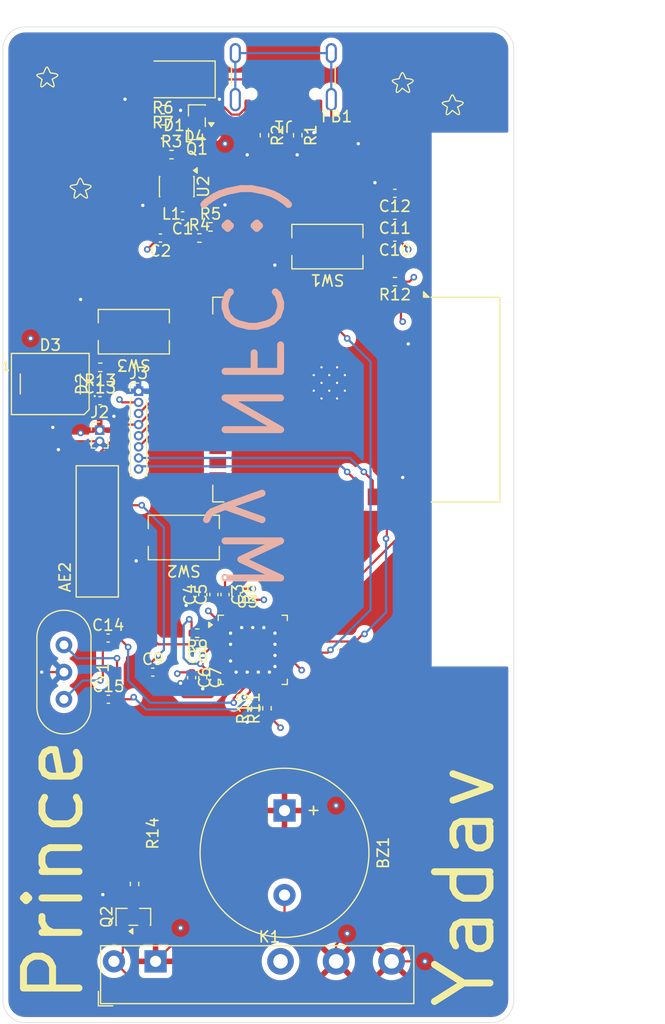
<source format=kicad_pcb>
(kicad_pcb (version 20241229) (generator "pcbnew") (generator_version "9.0")
  (layers (0 "F.Cu" signal) (4 "In1.Cu" signal) (6 "In2.Cu" signal) (2 "B.Cu" signal) (13 "F.Paste" user) (15 "B.Paste" user) (5 "F.SilkS" user "F.Silkscreen") (7 "B.SilkS" user "B.Silkscreen") (1 "F.Mask" user) (3 "B.Mask" user) (25 "Edge.Cuts" user))
  (net 0 "")
  (net 1 "Net-(AE2-Pad2)")
  (net 2 "+5V")
  (net 3 "/DRAIN")
  (net 4 "Net-(U2-BST)")
  (net 5 "/SW")
  (net 6 "+3V3")
  (net 7 "Net-(C2-Pad1)")
  (net 8 "Earth")
  (net 9 "Net-(U3-TX1)")
  (net 10 "Net-(AE2-Pad1)")
  (net 11 "Net-(D2-K)")
  (net 12 "/OSC_IN")
  (net 13 "Net-(C14-Pad1)")
  (net 14 "Net-(C15-Pad1)")
  (net 15 "/OSC_OUT")
  (net 16 "/VBUS_USB")
  (net 17 "/IN")
  (net 18 "Net-(D2-A)")
  (net 20 "Net-(J1-SHIELD)")
  (net 21 "/USB_DP")
  (net 22 "Net-(J1-CC2)")
  (net 23 "/USB_DM")
  (net 26 "Net-(J1-CC1)")
  (net 27 "/RXD0")
  (net 28 "/IO13")
  (net 29 "/IO14")
  (net 30 "/TXD0")
  (net 31 "/IO10")
  (net 32 "/IO12")
  (net 33 "Net-(Q1-G)")
  (net 34 "Net-(U2-EN)")
  (net 35 "/FB")
  (net 36 "/IO33")
  (net 37 "Net-(U3-LOADMOD)")
  (net 38 "Net-(U3-I0)")
  (net 39 "Net-(U3-I1)")
  (net 40 "/EN")
  (net 41 "/IO0")
  (net 42 "/IO9")
  (net 44 "/IO7")
  (net 50 "/I2C_SDA")
  (net 52 "/I2C_SCL")
  (net 88 "Net-(Q2-S)")
  (net 89 "Net-(U3-RX)")
  (footprint "Crystal:Crystal_HC49-U-3Pin_Vertical" (layer "F.Cu") (at 128 101.06 -90)
    (property "Reference" "Y1")
    (property "Value" "27.12MHz")
  )
  (footprint "Resistor_SMD:R_0402_1005Metric" (layer "F.Cu") (at 145.28 106.75 90)
    (property "Reference" "R10")
    (property "Value" "10k")
  )
  (footprint "Capacitor_SMD:C_0402_1005Metric" (layer "F.Cu") (at 138.685 62.478824 180)
    (property "Reference" "C1")
    (property "Value" "0.1uF")
  )
  (footprint "Package_DFN_QFN:HVQFN-40-1EP_6x6mm_P0.5mm_EP4.1x4.1mm" (layer "F.Cu") (at 145 101.5)
    (property "Reference" "U3")
    (property "Value" "PN5321A3HN_C1xx")
  )
  (footprint "Resistor_SMD:R_0402_1005Metric" (layer "F.Cu") (at 146.05 55.238824 -90)
    (property "Reference" "R2")
    (property "Value" "5.1k")
  )
  (footprint "Button_Switch_SMD:SW_Tactile_SPST_NO_Straight_CK_PTS636Sx25SMTRLFS" (layer "F.Cu") (at 138.79 91.4 180)
    (property "Reference" "SW2")
    (property "Value" "BOOT")
  )
  (footprint "Capacitor_SMD:C_0402_1005Metric" (layer "F.Cu") (at 141.5 96.53 90)
    (property "Reference" "C5")
    (property "Value" "4.7uF")
  )
  (footprint "Capacitor_SMD:C_0402_1005Metric" (layer "F.Cu") (at 142.5 96.53 -90)
    (property "Reference" "C3")
    (property "Value" "1uF")
  )
  (footprint "Capacitor_SMD:C_0402_1005Metric" (layer "F.Cu") (at 136.685 64.478824 180)
    (property "Reference" "C2")
    (property "Value" "47uF")
  )
  (footprint "Capacitor_SMD:C_0402_1005Metric" (layer "F.Cu") (at 131.25 79.1)
    (property "Reference" "C13")
    (property "Value" "100nF")
  )
  (footprint "Connector_PinHeader_1.00mm:PinHeader_1x08_P1.00mm_Vertical" (layer "F.Cu") (at 134.72 78.25)
    (property "Reference" "J3")
    (property "Value" "Conn_01x08")
  )
  (footprint "Capacitor_SMD:C_0402_1005Metric" (layer "F.Cu") (at 140.5 96.53 90)
    (property "Reference" "C4")
    (property "Value" "0.1uF")
  )
  (footprint "Resistor_SMD:R_0402_1005Metric" (layer "F.Cu") (at 136.9125 53.931324)
    (property "Reference" "R6")
    (property "Value" "100k")
  )
  (footprint "Resistor_SMD:R_0402_1005Metric" (layer "F.Cu") (at 140 100 180)
    (property "Reference" "R9")
    (property "Value" "1.8k")
  )
  (footprint "Diode_SMD:D_SMA" (layer "F.Cu") (at 138.105 50.216324 180)
    (property "Reference" "D4")
    (property "Value" "D_TVS")
  )
  (footprint "Capacitor_SMD:C_0402_1005Metric" (layer "F.Cu") (at 140.5 104 -90)
    (property "Reference" "C7")
    (property "Value" "1uF")
  )
  (footprint "Capacitor_SMD:C_0402_1005Metric" (layer "F.Cu") (at 132 105.94)
    (property "Reference" "C15")
    (property "Value" "15pF")
  )
  (footprint "lightbulb:star" (layer "F.Cu") (at 129.5 60)
    (property "Reference" "G***" (hide yes))
    (property "Value" "LOGO" (hide yes))
  )
  (footprint "Resistor_SMD:R_0402_1005Metric" (layer "F.Cu") (at 134.3575 122.5425 -90)
    (property "Reference" "R14")
    (property "Value" "220")
  )
  (footprint "Diode_SMD:D_0402_1005Metric" (layer "F.Cu") (at 130.77 77.6 90)
    (property "Reference" "D2")
    (property "Value" "D")
  )
  (footprint "Capacitor_SMD:C_0402_1005Metric" (layer "F.Cu") (at 157.79 60.46 180)
    (property "Reference" "C12")
    (property "Value" "1uF")
  )
  (footprint "lightbulb:star" (layer "F.Cu") (at 158.5 50.5)
    (property "Reference" "G***" (hide yes))
    (property "Value" "LOGO" (hide yes))
  )
  (footprint "Button_Switch_SMD:SW_Tactile_SPST_NO_Straight_CK_PTS636Sx25SMTRLFS" (layer "F.Cu") (at 134.29 72.9 180)
    (property "Reference" "SW3")
    (property "Value" "USER_INPUT")
  )
  (footprint "Capacitor_SMD:C_0402_1005Metric" (layer "F.Cu") (at 157.79 62.43 180)
    (property "Reference" "C11")
    (property "Value" "0.1uF")
  )
  (footprint "Capacitor_SMD:C_0402_1005Metric" (layer "F.Cu") (at 140 101 180)
    (property "Reference" "C8")
    (property "Value" "220pF")
  )
  (footprint "RF_Module:ESP32-S3-WROOM-1" (layer "F.Cu") (at 154.35 79 -90)
    (property "Reference" "U1" (hide yes))
    (property "Value" "ESP32-S3-WROOM-1")
  )
  (footprint "Connector_PinHeader_1.00mm:PinHeader_1x02_P1.00mm_Vertical" (layer "F.Cu") (at 131.22 81.75)
    (property "Reference" "J2")
    (property "Value" "Conn_01x02_Pin")
  )
  (footprint "Button_Switch_SMD:SW_Tactile_SPST_NO_Straight_CK_PTS636Sx25SMTRLFS" (layer "F.Cu") (at 151.72 65.25 180)
    (property "Reference" "SW1")
    (property "Value" "RESET")
  )
  (footprint "Buzzer_Beeper:Buzzer_15x7.5RM7.6" (layer "F.Cu") (at 147.8575 115.9425 -90)
    (property "Reference" "BZ1")
    (property "Value" "Buzzer")
  )
  (footprint "Resistor_SMD:R_0402_1005Metric" (layer "F.Cu") (at 146.28 106.75 90)
    (property "Reference" "R11")
    (property "Value" "10k")
  )
  (footprint "lightbulb:star" (layer "F.Cu") (at 163 52.5)
    (property "Reference" "G***" (hide yes))
    (property "Value" "LOGO" (hide yes))
  )
  (footprint "Package_TO_SOT_SMD:SOT-23" (layer "F.Cu") (at 134.25 125.5 90)
    (property "Reference" "Q2")
    (property "Value" "Q_NMOS")
  )
  (footprint "Package_TO_SOT_SMD:TSOT-23-6" (layer "F.Cu") (at 138.155 59.853824 -90)
    (property "Reference" "U2")
    (property "Value" "AP63203WU")
  )
  (footprint "Inductor_SMD:L_0402_1005Metric" (layer "F.Cu") (at 152.55 54.728824)
    (property "Reference" "FB1")
    (property "Value" "FerriteBead_Small")
  )
  (footprint "RF_Antenna:Coilcraft_MA5532-AE_RFID" (layer "F.Cu") (at 131 90.85 90)
    (property "Reference" "AE2")
    (property "Value" "Antenna_Loop")
  )
  (footprint "Inductor_SMD:L_0402_1005Metric" (layer "F.Cu") (at 137.685 63.478824)
    (property "Reference" "L1")
    (property "Value" "4.7uH")
  )
  (footprint "LED_SMD:LED_WS2812B_PLCC4_5.0x5.0mm_P3.2mm" (layer "F.Cu") (at 126.77 77.6)
    (property "Reference" "D3")
    (property "Value" "WS2812B")
  )
  (footprint "Resistor_SMD:R_0402_1005Metric" (layer "F.Cu") (at 137.685 56.978824)
    (property "Reference" "R3")
    (property "Value" "10k")
  )
  (footprint "Capacitor_SMD:C_0402_1005Metric" (layer "F.Cu") (at 136 103.5)
    (property "Reference" "C9")
    (property "Value" "100pF")
  )
  (footprint "Resistor_SMD:R_0402_1005Metric" (layer "F.Cu") (at 131.27 76.1 180)
    (property "Reference" "R13")
    (property "Value" "330")
  )
  (footprint "Diode_SMD:D_0402_1005Metric" (layer "F.Cu") (at 137.905 55.516324)
    (property "Reference" "D1")
    (property "Value" "D_Schottky")
  )
  (footprint "Capacitor_SMD:C_0402_1005Metric" (layer "F.Cu") (at 131.98 100.44)
    (property "Reference" "C14")
    (property "Value" "15pF")
  )
  (footprint "Resistor_SMD:R_0402_1005Metric" (layer "F.Cu") (at 140.195 64.478824)
    (property "Reference" "R4")
    (property "Value" "100k")
  )
  (footprint "Resistor_SMD:R_0402_1005Metric" (layer "F.Cu") (at 141.195 63.478824)
    (property "Reference" "R5")
    (property "Value" "56k")
  )
  (footprint "lightbulb:star" (layer "F.Cu") (at 126.5 50)
    (property "Reference" "G***" (hide yes))
    (property "Value" "LOGO" (hide yes))
  )
  (footprint "Resistor_SMD:R_0402_1005Metric" (layer "F.Cu") (at 149.05 55.238824 -90)
    (property "Reference" "R1")
    (property "Value" "5.1k")
  )
  (footprint "Capacitor_SMD:C_0402_1005Metric" (layer "F.Cu") (at 157.79 64.4 180)
    (property "Reference" "C10")
    (property "Value" "10uF")
  )
  (footprint "Capacitor_SMD:C_0402_1005Metric" (layer "F.Cu") (at 139.5 104 -90)
    (property "Reference" "C6")
    (property "Value" "0.1uF")
  )
  (footprint "Resistor_SMD:R_0402_1005Metric" (layer "F.Cu") (at 136.9025 52.931324 180)
    (property "Reference" "R7")
    (property "Value" "100k")
  )
  (footprint "Package_TO_SOT_SMD:SOT-23" (layer "F.Cu") (at 139.9675 54.066324 180)
    (property "Reference" "Q1")
    (property "Value" "PMOS")
  )
  (footprint "Resistor_SMD:R_0402_1005Metric" (layer "F.Cu") (at 143.5 96.5 -90)
    (property "Reference" "R8")
    (property "Value" "10k")
  )
  (footprint "Connector_USB:USB_C_Receptacle_GCT_USB4105-xx-A_16P_TopMnt_Horizontal" (layer "F.Cu") (at 147.75 48.928824 180)
    (property "Reference" "J1")
    (property "Value" "USB_C_Receptacle_USB2.0_16P")
  )
  (footprint "Resistor_SMD:R_0402_1005Metric" (layer "F.Cu") (at 157.8 68.4 180)
    (property "Reference" "R12")
    (property "Value" "10k")
  )
  (footprint "Relay_THT:Relay_SPDT_Finder_34.51_Vertical" (layer "F.Cu") (at 136.25 129.5)
    (property "Reference" "K1")
    (property "Value" "Relay_SPDT")
  )
  (gr_arc (start 168.5 133) (mid 167.914214 134.414214) (end 166.5 135) (stroke (width 0.05)) (layer "Edge.Cuts"))
  (gr_line (start 122.5 133) (end 122.5 47.5) (stroke (width 0.05)) (layer "Edge.Cuts"))
  (gr_line (start 168.5 47.5) (end 168.5 133) (stroke (width 0.05)) (layer "Edge.Cuts"))
  (gr_arc (start 124.5 135) (mid 123.085786 134.414214) (end 122.5 133) (stroke (width 0.05)) (layer "Edge.Cuts"))
  (gr_line (start 124.5 45.5) (end 166.5 45.5) (stroke (width 0.05)) (layer "Edge.Cuts"))
  (gr_arc (start 122.5 47.5) (mid 123.085786 46.085786) (end 124.5 45.5) (stroke (width 0.05)) (layer "Edge.Cuts"))
  (gr_line (start 166.5 135) (end 124.5 135) (stroke (width 0.05)) (layer "Edge.Cuts"))
  (gr_arc (start 166.5 45.5) (mid 167.914214 46.085786) (end 168.5 47.5) (stroke (width 0.05)) (layer "Edge.Cuts"))
  (gr_text "Yadav" (at 167 134 90) (layer "F.SilkS") (effects (font (size 5 5) (thickness 0.625)) (justify left bottom)))
  (gr_text "Prince" (at 130 133.5 90) (layer "F.SilkS") (effects (font (size 5 5) (thickness 0.625)) (justify left bottom)))
  (gr_text "My NFC :)" (at 141.86 96.637836 270) (layer "B.SilkS") (effects (font (size 5 5) (thickness 0.625)) (justify left bottom mirror)))
  (segment (start 133.3 88.5) (end 135 88.5) (width 0.2) (layer "F.Cu") (net 1))
  (segment (start 135.52 102.98) (end 136.5 102) (width 0.2) (layer "F.Cu") (net 1))
  (segment (start 135.52 103.5) (end 135.52 102.98) (width 0.2) (layer "F.Cu") (net 1))
  (segment (start 131 86.2) (end 133.3 88.5) (width 0.2) (layer "F.Cu") (net 1))
  (via (at 136.5 102) (size 0.6) (drill 0.3) (layers "F.Cu" "B.Cu") (net 1))
  (via (at 135 88.5) (size 0.6) (drill 0.3) (layers "F.Cu" "B.Cu") (net 1))
  (segment (start 137 101.5) (end 136.5 102) (width 0.2) (layer "B.Cu") (net 1))
  (segment (start 137 90.5) (end 137 101.5) (width 0.2) (layer "B.Cu") (net 1))
  (segment (start 135 88.5) (end 137 90.5) (width 0.2) (layer "B.Cu") (net 1))
  (segment (start 136.25 129.5) (end 138.5 127.25) (width 0.2) (layer "F.Cu") (net 2))
  (segment (start 147.8575 115.9425) (end 152.0575 115.9425) (width 0.2) (layer "F.Cu") (net 2))
  (segment (start 131.22 81.75) (end 129.75 81.75) (width 0.2) (layer "F.Cu") (net 2))
  (segment (start 152.5 129.5) (end 152.5 128) (width 0.2) (layer "F.Cu") (net 2))
  (segment (start 138.5 127.25) (end 138.5 126.5) (width 0.2) (layer "F.Cu") (net 2))
  (segment (start 125 75.27) (end 125 73.5) (width 0.2) (layer "F.Cu") (net 2))
  (segment (start 124.32 75.95) (end 125 75.27) (width 0.2) (layer "F.Cu") (net 2))
  (segment (start 129.75 81.75) (end 129.5 82) (width 0.2) (layer "F.Cu") (net 2))
  (segment (start 141.888676 56) (end 142.5 56) (width 0.2) (layer "F.Cu") (net 2))
  (segment (start 157.5 129.5) (end 160.5 129.5) (width 0.2) (layer "F.Cu") (net 2))
  (segment (start 152.5 128) (end 153.5 127) (width 0.2) (layer "F.Cu") (net 2))
  (segment (start 152.0575 115.9425) (end 152.5 115.5) (width 0.2) (layer "F.Cu") (net 2))
  (segment (start 140.905 55.016324) (end 141.888676 56) (width 0.2) (layer "F.Cu") (net 2))
  (via (at 138.5 126.5) (size 0.6) (drill 0.3) (layers "F.Cu" "B.Cu") (net 2))
  (via (at 160.5 129.5) (size 0.6) (drill 0.3) (layers "F.Cu" "B.Cu") (net 2))
  (via (at 142.5 56) (size 0.6) (drill 0.3) (layers "F.Cu" "B.Cu") (net 2))
  (via (at 152.5 115.5) (size 0.6) (drill 0.3) (layers "F.Cu" "B.Cu") (net 2))
  (via (at 153.5 127) (size 0.6) (drill 0.3) (layers "F.Cu" "B.Cu") (net 2))
  (via (at 125 73.5) (size 0.6) (drill 0.3) (layers "F.Cu" "B.Cu") (net 2))
  (via (at 129.5 82) (size 0.6) (drill 0.3) (layers "F.Cu" "B.Cu") (net 2))
  (segment (start 147.8575 125.6725) (end 147.8575 123.5425) (width 0.2) (layer "F.Cu") (net 3))
  (segment (start 134.25 131.25) (end 142.28 131.25) (width 0.2) (layer "F.Cu") (net 3))
  (segment (start 132.5 129.5) (end 134.25 131.25) (width 0.2) (layer "F.Cu") (net 3))
  (segment (start 142.28 131.25) (end 147.8575 125.6725) (width 0.2) (layer "F.Cu") (net 3))
  (segment (start 133.3 126.4375) (end 133.3 128.7) (width 0.2) (layer "F.Cu") (net 3))
  (segment (start 133.3 128.7) (end 132.5 129.5) (width 0.2) (layer "F.Cu") (net 3))
  (segment (start 139.165 61.051324) (end 139.105 60.991324) (width 0.2) (layer "F.Cu") (net 4))
  (segment (start 139.165 62.478824) (end 139.165 61.051324) (width 0.2) (layer "F.Cu") (net 4))
  (segment (start 138.205 62.478824) (end 138.205 61.041324) (width 0.2) (layer "F.Cu") (net 5))
  (segment (start 138.17 63.478824) (end 138.17 62.513824) (width 0.2) (layer "F.Cu") (net 5))
  (segment (start 138.205 61.041324) (end 138.155 60.991324) (width 0.2) (layer "F.Cu") (net 5))
  (segment (start 138.17 62.513824) (end 138.205 62.478824) (width 0.2) (layer "F.Cu") (net 5))
  (segment (start 142.5 96.05) (end 142.5 95) (width 0.2) (layer "F.Cu") (net 6))
  (segment (start 138.321677 103.52) (end 138.207363 103.634314) (width 0.2) (layer "F.Cu") (net 6))
  (segment (start 158.27 64.4) (end 158.27 62.43) (width 0.2) (layer "F.Cu") (net 6))
  (segment (start 147.9375 102.75) (end 148.825763 102.75) (width 0.2) (layer "F.Cu") (net 6))
  (segment (start 142.0625 103.25) (end 140.78 103.25) (width 0.2) (layer "F.Cu") (net 6))
  (segment (start 139.5 103.52) (end 138.321677 103.52) (width 0.2) (layer "F.Cu") (net 6))
  (segment (start 142.0625 101.25) (end 141.25 101.25) (width 0.2) (layer "F.Cu") (net 6))
  (segment (start 139.49 100) (end 139.49 98.96) (width 0.2) (layer "F.Cu") (net 6))
  (segment (start 148.825763 102.75) (end 149.40031 103.324547) (width 0.2) (layer "F.Cu") (net 6))
  (segment (start 142.0625 102.75) (end 142.0625 103.25) (width 0.2) (layer "F.Cu") (net 6))
  (segment (start 158.27 64.77) (end 159 65.5) (width 0.2) (layer "F.Cu") (net 6))
  (segment (start 141.25 101.25) (end 140.5 102) (width 0.2) (layer "F.Cu") (net 6))
  (segment (start 143.51 96) (end 143.5 95.99) (width 0.2) (layer "F.Cu") (net 6))
  (segment (start 147.5 108.5) (end 147.5 108.48) (width 0.2) (layer "F.Cu") (net 6))
  (segment (start 140.78 103.25) (end 140.28 102.75) (width 0.2) (layer "F.Cu") (net 6))
  (segment (start 139.49 98.96) (end 139.28 98.75) (width 0.2) (layer "F.Cu") (net 6))
  (segment (start 146 97) (end 145.359202 97) (width 0.2) (layer "F.Cu") (net 6))
  (segment (start 145.359202 97) (end 144.25 98.109202) (width 0.2) (layer "F.Cu") (net 6))
  (segment (start 158.27 62.43) (end 158.27 60.46) (width 0.2) (layer "F.Cu") (net 6))
  (segment (start 136.205 64.795) (end 135.5 65.5) (width 0.2) (layer "F.Cu") (net 6))
  (segment (start 143 98.5625) (end 141.5625 98.5625) (width 0.2) (layer "F.Cu") (net 6))
  (segment (start 158.34 71.84) (end 158.5 72) (width 0.2) (layer "F.Cu") (net 6))
  (segment (start 134.72 79.25) (end 133.25 79.25) (width 0.2) (layer "F.Cu") (net 6))
  (segment (start 142.5 96.05) (end 141.5 96.05) (width 0.2) (layer "F.Cu") (net 6))
  (segment (start 140.5 103.52) (end 139.5 103.52) (width 0.2) (layer "F.Cu") (net 6))
  (segment (start 136.205 64.478824) (end 136.205 64.795) (width 0.2) (layer "F.Cu") (net 6))
  (segment (start 142.0625 103.25) (end 140.77 103.25) (width 0.2) (layer "F.Cu") (net 6))
  (segment (start 141.5 96.05) (end 140.5 96.05) (width 0.2) (layer "F.Cu") (net 6))
  (segment (start 147.5 108.48) (end 146.28 107.26) (width 0.2) (layer "F.Cu") (net 6))
  (segment (start 158.31 68.4) (end 159.1 68.4) (width 0.2) (layer "F.Cu") (net 6))
  (segment (start 143.25 98.5625) (end 143 98.5625) (width 0.2) (layer "F.Cu") (net 6))
  (segment (start 159.1 68.4) (end 159.5 68) (width 0.2) (layer "F.Cu") (net 6))
  (segment (start 158.34 70.25) (end 158.34 71.84) (width 0.2) (layer "F.Cu") (net 6))
  (segment (start 145 96) (end 143.51 96) (width 0.2) (layer "F.Cu") (net 6))
  (segment (start 133.25 79.25) (end 133 79) (width 0.2) (layer "F.Cu") (net 6))
  (segment (start 144.25 98.109202) (end 144.25 98.5625) (width 0.2) (layer "F.Cu") (net 6))
  (segment (start 140.77 103.25) (end 140.5 103.52) (width 0.2) (layer "F.Cu") (net 6))
  (segment (start 158.27 64.4) (end 158.27 64.77) (width 0.2) (layer "F.Cu") (net 6))
  (segment (start 141.5625 98.5625) (end 141 98) (width 0.2) (layer "F.Cu") (net 6))
  (segment (start 143 98.5625) (end 142.75 98.5625) (width 0.2) (layer "F.Cu") (net 6))
  (via (at 141 98) (size 0.6) (drill 0.3) (layers "F.Cu" "B.Cu") (net 6))
  (via (at 145 96) (size 0.6) (drill 0.3) (layers "F.Cu" "B.Cu") (net 6))
  (via (at 138.207363 103.634314) (size 0.6) (drill 0.3) (layers "F.Cu" "B.Cu") (net 6))
  (via (at 159 65.5) (size 0.6) (drill 0.3) (layers "F.Cu" "B.Cu") (net 6))
  (via (at 133 79) (size 0.6) (drill 0.3) (layers "F.Cu" "B.Cu") (net 6))
  (via (at 140.5 102) (size 0.6) (drill 0.3) (layers "F.Cu" "B.Cu") (net 6))
  (via (at 140.28 102.75) (size 0.6) (drill 0.3) (layers "F.Cu" "B.Cu") (net 6))
  (via (at 147.5 108.5) (size 0.6) (drill 0.3) (layers "F.Cu" "B.Cu") (net 6))
  (via (at 142.5 95) (size 0.6) (drill 0.3) (layers "F.Cu" "B.Cu") (net 6))
  (via (at 135.5 65.5) (size 0.6) (drill 0.3) (layers "F.Cu" "B.Cu") (net 6))
  (via (at 141 98) (size 0.6) (drill 0.3) (layers "F.Cu" "B.Cu") (net 6))
  (via (at 139.28 98.75) (size 0.6) (drill 0.3) (layers "F.Cu" "B.Cu") (net 6))
  (via (at 141 98) (size 0.6) (drill 0.3) (layers "F.Cu" "B.Cu") (net 6))
  (via (at 149.40031 103.324547) (size 0.6) (drill 0.3) (layers "F.Cu" "B.Cu") (net 6))
  (via (at 146 97) (size 0.6) (drill 0.3) (layers "F.Cu" "B.Cu") (net 6))
  (via (at 158.5 72) (size 0.6) (drill 0.3) (layers "F.Cu" "B.Cu") (net 6))
  (via (at 159.5 68) (size 0.6) (drill 0.3) (layers "F.Cu" "B.Cu") (net 6))
  (segment (start 138.78 99.25) (end 139.28 98.75) (width 0.2) (layer "B.Cu") (net 6))
  (segment (start 138.78 102.25) (end 138.78 99.25) (width 0.2) (layer "B.Cu") (net 6))
  (segment (start 139.28 102.75) (end 138.78 102.25) (width 0.2) (layer "B.Cu") (net 6))
  (segment (start 140.28 102.75) (end 139.28 102.75) (width 0.2) (layer "B.Cu") (net 6))
  (segment (start 137.165 63.513824) (end 137.2 63.478824) (width 0.2) (layer "F.Cu") (net 7))
  (segment (start 137.165 64.478824) (end 137.165 63.513824) (width 0.2) (layer "F.Cu") (net 7))
  (segment (start 139.685 64.478824) (end 137.165 64.478824) (width 0.2) (layer "F.Cu") (net 7))
  (segment (start 159.61 87.11) (end 158.5 86) (width 0.2) (layer "F.Cu") (net 8))
  (segment (start 142.0625 100.25) (end 142.75 100.25) (width 0.2) (layer "F.Cu") (net 8))
  (segment (start 128 103.5) (end 126 103.5) (width 0.2) (layer "F.Cu") (net 8))
  (segment (start 150.95 54.55) (end 150.5 55) (width 0.2) (layer "F.Cu") (net 8))
  (segment (start 144 102.5) (end 145 101.5) (width 0.2) (layer "F.Cu") (net 8))
  (segment (start 143.774 53.384824) (end 143.098215 53.384824) (width 0.2) (layer "F.Cu") (net 8))
  (segment (start 128.25 82.75) (end 127.5 83.5) (width 0.2) (layer "F.Cu") (net 8))
  (segment (start 143.098215 53.384824) (end 142 52.286609) (width 0.2) (layer "F.Cu") (net 8))
  (segment (start 127 81.47) (end 129.22 79.25) (width 0.2) (layer "F.Cu") (net 8))
  (segment (start 142.75 100.25) (end 143 100) (width 0.2) (layer "F.Cu") (net 8))
  (segment (start 142.0625 99.25) (end 142.1135 99.301) (width 0.2) (layer "F.Cu") (net 8))
  (segment (start 159 74) (end 159.61 73.39) (width 0.2) (layer "F.Cu") (net 8))
  (segment (start 147 103) (end 146.5 103) (width 0.2) (layer "F.Cu") (net 8))
  (segment (start 143 100) (end 143.5 100) (width 0.2) (layer "F.Cu") (net 8))
  (segment (start 142 52.286609) (end 142 52) (width 0.2) (layer "F.Cu") (net 8))
  (segment (start 145 99.5) (end 145 101.5) (width 0.2) (layer "F.Cu") (net 8))
  (segment (start 146.05 55.748824) (end 145.751176 55.748824) (width 0.2) (layer "F.Cu") (net 8))
  (segment (start 147 102) (end 145.5 102) (width 0.2) (layer "F.Cu") (net 8))
  (segment (start 156.96 60.46) (end 156 59.5) (width 0.2) (layer "F.Cu") (net 8))
  (segment (start 144.55 52.608824) (end 143.774 53.384824) (width 0.2) (layer "F.Cu") (net 8))
  (segment (start 130.415 72.9) (end 130.415 70.915) (width 0.2) (layer "F.Cu") (net 8))
  (segment (start 142.1135 99.301) (end 143.801 99.301) (width 0.2) (layer "F.Cu") (net 8))
  (segment (start 142.0625 102.25) (end 142.75 102.25) (width 0.2) (layer "F.Cu") (net 8))
  (segment (start 131.22 82.75) (end 128.25 82.75) (width 0.2) (layer "F.Cu") (net 8))
  (segment (start 142.75 102.25) (end 143 102.5) (width 0.2) (layer "F.Cu") (net 8))
  (segment (start 134.915 91.4) (end 134.915 93.085) (width 0.2) (layer "F.Cu") (net 8))
  (segment (start 157.31 64.4) (end 157.31 62.43) (width 0.2) (layer "F.Cu") (net 8))
  (segment (start 154.5 56) (end 154.306176 56) (width 0.2) (layer "F.Cu") (net 8))
  (segment (start 143.801 99.301) (end 144 99.5) (width 0.2) (layer "F.Cu") (net 8))
  (segment (start 147 100) (end 146.5 100) (width 0.2) (layer "F.Cu") (net 8))
  (segment (start 145.751176 55.748824) (end 144.5 57) (width 0.2) (layer "F.Cu") (net 8))
  (segment (start 147.845 65.25) (end 147.845 66.058548) (width 0.2) (layer "F.Cu") (net 8))
  (segment (start 141.705 63.478824) (end 141.705 62.295) (width 0.2) (layer "F.Cu") (net 8))
  (segment (start 143.5 100) (end 145 101.5) (width 0.2) (layer "F.Cu") (net 8))
  (segment (start 157.31 62.43) (end 157.31 60.46) (width 0.2) (layer "F.Cu") (net 8))
  (segment (start 145 103) (end 144.5 103.5) (width 0.2) (layer "F.Cu") (net 8))
  (segment (start 142.824 103.910202) (end 143.234202 103.5) (width 0.2) (layer "F.Cu") (net 8))
  (segment (start 144.5 101) (end 145 101.5) (width 0.2) (layer "F.Cu") (net 8))
  (segment (start 134.25 124.5625) (end 133.1875 123.5) (width 0.2) (layer "F.Cu") (net 8))
  (segment (start 159.61 87.75) (end 159.61 87.11) (width 0.2) (layer "F.Cu") (net 8))
  (segment (start 141.705 62.295) (end 142.5 61.5) (width 0.2) (layer "F.Cu") (net 8))
  (segment (start 146 100.5) (end 145 101.5) (width 0.2) (layer "F.Cu") (net 8))
  (segment (start 140.5 104.48) (end 140.5 105) (width 0.2) (layer "F.Cu") (net 8))
  (segment (start 132.5 80.5) (end 132.5 79.87) (width 0.2) (layer "F.Cu") (net 8))
  (segment (start 143 102.5) (end 144 102.5) (width 0.2) (layer "F.Cu") (net 8))
  (segment (start 154.306176 56) (end 153.035 54.728824) (width 0.2) (layer "F.Cu") (net 8))
  (segment (start 138.52 104.48) (end 138.5 104.5) (width 0.2) (layer "F.Cu") (net 8))
  (segment (start 149.05 55.748824) (end 149.05 56.95) (width 0.2) (layer "F.Cu") (net 8))
  (segment (start 142.824 104.3635) (end 142.824 103.910202) (width 0.2) (layer "F.Cu") (net 8))
  (segment (start 134.915 93.085) (end 134.5 93.5) (width 0.2) (layer "F.Cu") (net 8))
  (segment (start 144 100.5) (end 145 101.5) (width 0.2) (layer "F.Cu") (net 8))
  (segment (start 149.05 56.95) (end 149 57) (width 0.2) (layer "F.Cu") (net 8))
  (segment (start 137.481176 53) (end 137.4125 52.931324) (width 0.2) (layer "F.Cu") (net 8))
  (segment (start 146.5 103.5) (end 146.5 103) (width 0.2) (layer "F.Cu") (net 8))
  (segment (start 145.28 107.26) (end 145.24 107.26) (width 0.2) (layer "F.Cu") (net 8))
  (segment (start 132.5 79.87) (end 131.73 79.1) (width 0.2) (layer "F.Cu") (net 8))
  (segment (start 145 101.5) (end 145 103) (width 0.2) (layer "F.Cu") (net 8))
  (segment (start 143.5 103) (end 145 101.5) (width 0.2) (layer "F.Cu") (net 8))
  (segment (start 144 99.5) (end 144 100.5) (width 0.2) (layer "F.Cu") (net 8))
  (segment (start 136.656152 61.540172) (end 135.097861 61.540172) (width 0.2) (layer "F.Cu") (net 8))
  (segment (start 147 101) (end 145.5 101) (width 0.2) (layer "F.Cu") (net 8))
  (segment (start 145.24 107.26) (end 144.5 108) (width 0.2) (layer "F.Cu") (net 8))
  (segment (start 145.5 103.5) (end 145.5 102) (width 0.2) (layer "F.Cu") (net 8))
  (segment (start 133.5 52) (end 135.283676 50.216324) (width 0.2) (layer "F.Cu") (net 8))
  (segment (start 142.75 104.4375) (end 142.824 104.3635) (width 0.2) (layer "F.Cu") (net 8))
  (segment (start 141.5 97.01) (end 140.5 97.01) (width 0.2) (layer "F.Cu") (net 8))
  (segment (start 139.5 104.48) (end 138.52 104.48) (width 0.2) (layer "F.Cu") (net 8))
  (segment (start 137.205 60.991324) (end 136.656152 61.540172) (width 0.2) (layer "F.Cu") (net 8))
  (segment (start 147.845 66.058548) (end 146.987272 66.916276) (width 0.2) (layer "F.Cu") (net 8))
  (segment (start 138.5 53) (end 137.481176 53) (width 0.2) (layer "F.Cu") (net 8))
  (segment (start 145.5 101) (end 145 101.5) (width 0.2) (layer "F.Cu") (net 8))
  (segment (start 133.1875 123.5) (end 131.5 123.5) (width 0.2) (layer "F.Cu") (net 8))
  (segment (start 146.5 100) (end 145 101.5) (width 0.2) (layer "F.Cu") (net 8))
  (segment (start 143.5 103.5) (end 143.5 103) (width 0.2) (layer "F.Cu") (net 8))
  (segment (start 146.5 103) (end 145 101.5) (width 0.2) (layer "F.Cu") (net 8))
  (segment (start 159.61 73.39) (end 159.61 70.25) (width 0.2) (layer "F.Cu") (net 8))
  (segment (start 139.49 97.01) (end 139 97.5) (width 0.2) (layer "F.Cu") (net 8))
  (segment (start 146 99.5) (end 146 100.5) (width 0.2) (layer "F.Cu") (net 8))
  (segment (start 143.234202 103.5) (end 143.5 103.5) (width 0.2) (layer "F.Cu") (net 8))
  (segment (start 143 101) (end 144.5 101) (width 0.2) (layer "F.Cu") (net 8))
  (segment (start 142.5 97.01) (end 141.5 97.01) (width 0.2) (layer "F.Cu") (net 8))
  (segment (start 135.283676 50.216324) (end 136.105 50.216324) (width 0.2) (layer "F.Cu") (net 8))
  (segment (start 140.5 97.01) (end 139.49 97.01) (width 0.2) (layer "F.Cu") (net 8))
  (segment (start 127 81.5) (end 127 81.47) (width 0.2) (layer "F.Cu") (net 8))
  (segment (start 145.5 102) (end 145 101.5) (width 0.2) (layer "F.Cu") (net 8))
  (segment (start 150.95 52.608824) (end 150.95 54.55) (width 0.2) (layer "F.Cu") (net 8))
  (segment (start 130.415 70.915) (end 129.5 70) (width 0.2) (layer "F.Cu") (net 8))
  (segment (start 157.31 60.46) (end 156.96 60.46) (width 0.2) (layer "F.Cu") (net 8))
  (via (at 126 103.5) (size 0.6) (drill 0.3) (layers "F.Cu" "B.Cu") (net 8))
  (via (at 132.5 80.5) (size 0.6) (drill 0.3) (layers "F.Cu" "B.Cu") (net 8))
  (via (at 139 97.5) (size 0.6) (drill 0.3) (layers "F.Cu" "B.Cu") (net 8))
  (via (at 135.097861 61.540172) (size 0.6) (drill 0.3) (layers "F.Cu" "B.Cu") (net 8))
  (via (at 134.5 93.5) (size 0.6) (drill 0.3) (layers "F.Cu" "B.Cu") (net 8))
  (via (at 140.5 105) (size 0.6) (drill 0.3) (layers "F.Cu" "B.Cu") (net 8))
  (via (at 154.5 56) (size 0.6) (drill 0.3) (layers "F.Cu" "B.Cu") (net 8))
  (via (at 145 99.5) (size 0.6) (drill 0.3) (layers "F.Cu" "B.Cu") (net 8))
  (via (at 131.5 123.5) (size 0.6) (drill 0.3) (layers "F.Cu" "B.Cu") (net 8))
  (via (at 147 103) (size 0.6) (drill 0.3) (layers "F.Cu" "B.Cu") (net 8))
  (via (at 156 59.5) (size 0.6) (drill 0.3) (layers "F.Cu" "B.Cu") (net 8))
  (via (at 144.5 57) (size 0.6) (drill 0.3) (layers "F.Cu" "B.Cu") (net 8))
  (via (at 143 101) (size 0.6) (drill 0.3) (layers "F.Cu" "B.Cu") (net 8))
  (via (at 129.5 70) (size 0.6) (drill 0.3) (layers "F.Cu" "B.Cu") (net 8))
  (via (at 143.5 103.5) (size 0.6) (drill 0.3) (layers "F.Cu" "B.Cu") (net 8))
  (via (at 147 102) (size 0.6) (drill 0.3) (layers "F.Cu" "B.Cu") (net 8))
  (via (at 144.5 108) (size 0.6) (drill 0.3) (layers "F.Cu" "B.Cu") (net 8))
  (via (at 144.5 103.5) (size 0.6) (drill 0.3) (layers "F.Cu" "B.Cu") (net 8))
  (via (at 143 102.5) (size 0.6) (drill 0.3) (layers "F.Cu" "B.Cu") (net 8))
  (via (at 127 81.5) (size 0.6) (drill 0.3) (layers "F.Cu" "B.Cu") (net 8))
  (via (at 144 99.5) (size 0.6) (drill 0.3) (layers "F.Cu" "B.Cu") (net 8))
  (via (at 147 101) (size 0.6) (drill 0.3) (layers "F.Cu" "B.Cu") (net 8))
  (via (at 159 74) (size 0.6) (drill 0.3) (layers "F.Cu" "B.Cu") (net 8))
  (via (at 158.5 86) (size 0.6) (drill 0.3) (layers "F.Cu" "B.Cu") (net 8))
  (via (at 138.5 53) (size 0.6) (drill 0.3) (layers "F.Cu" "B.Cu") (net 8))
  (via (at 150.5 55) (size 0.6) (drill 0.3) (layers "F.Cu" "B.Cu") (net 8))
  (via (at 146.5 103.5) (size 0.6) (drill 0.3) (layers "F.Cu" "B.Cu") (net 8))
  (via (at 149 57) (size 0.6) (drill 0.3) (layers "F.Cu" "B.Cu") (net 8))
  (via (at 146.987272 66.916276) (size 0.6) (drill 0.3) (layers "F.Cu" "B.Cu") (net 8))
  (via (at 147 100) (size 0.6) (drill 0.3) (layers "F.Cu" "B.Cu") (net 8))
  (via (at 138.5 104.5) (size 0.6) (drill 0.3) (layers "F.Cu" "B.Cu") (net 8))
  (via (at 142.5 61.5) (size 0.6) (drill 0.3) (layers "F.Cu" "B.Cu") (net 8))
  (via (at 133.5 52) (size 0.6) (drill 0.3) (layers "F.Cu" "B.Cu") (net 8))
  (via (at 127.5 83.5) (size 0.6) (drill 0.3) (layers "F.Cu" "B.Cu") (net 8))
  (via (at 142 52) (size 0.6) (drill 0.3) (layers "F.Cu" "B.Cu") (net 8))
  (via (at 143 100) (size 0.6) (drill 0.3) (layers "F.Cu" "B.Cu") (net 8))
  (via (at 145.5 103.5) (size 0.6) (drill 0.3) (layers "F.Cu" "B.Cu") (net 8))
  (via (at 146 99.5) (size 0.6) (drill 0.3) (layers "F.Cu" "B.Cu") (net 8))
  (segment (start 140.48 101) (end 140.73 100.75) (width 0.2) (layer "F.Cu") (net 9))
  (segment (start 140.73 100.75) (end 142.0625 100.75) (width 0.2) (layer "F.Cu") (net 9))
  (segment (start 139.52 101) (end 136.5 101) (width 0.2) (layer "F.Cu") (net 10))
  (segment (start 136.5 101) (end 131 95.5) (width 0.2) (layer "F.Cu") (net 10))
  (segment (start 130.77 79.1) (end 130.77 78.085) (width 0.2) (layer "F.Cu") (net 11))
  (segment (start 143.28 105.860798) (end 143.28 106.25) (width 0.2) (layer "F.Cu") (net 12))
  (segment (start 144.25 104.890798) (end 143.28 105.860798) (width 0.2) (layer "F.Cu") (net 12))
  (segment (start 132.97 100.44) (end 133.78 101.25) (width 0.2) (layer "F.Cu") (net 12))
  (segment (start 144.25 104.4375) (end 144.25 104.890798) (width 0.2) (layer "F.Cu") (net 12))
  (segment (start 132.46 100.44) (end 132.97 100.44) (width 0.2) (layer "F.Cu") (net 12))
  (via (at 133.78 101.25) (size 0.6) (drill 0.3) (layers "F.Cu" "B.Cu") (net 12))
  (via (at 143.28 106.25) (size 0.6) (drill 0.3) (layers "F.Cu" "B.Cu") (net 12))
  (segment (start 135.78 106.25) (end 133.78 104.25) (width 0.2) (layer "B.Cu") (net 12))
  (segment (start 143.28 106.25) (end 135.78 106.25) (width 0.2) (layer "B.Cu") (net 12))
  (segment (start 133.78 104.25) (end 133.78 101.25) (width 0.2) (layer "B.Cu") (net 12))
  (segment (start 131.5 100.44) (end 131.5 104.03) (width 0.2) (layer "F.Cu") (net 13))
  (segment (start 131.5 104.03) (end 131.28 104.25) (width 0.2) (layer "F.Cu") (net 13))
  (via (at 131.28 104.25) (size 0.6) (drill 0.3) (layers "F.Cu" "B.Cu") (net 13))
  (segment (start 128 105.94) (end 129.69 104.25) (width 0.2) (layer "B.Cu") (net 13))
  (segment (start 129.69 104.25) (end 131.28 104.25) (width 0.2) (layer "B.Cu") (net 13))
  (segment (start 131.52 105.94) (end 132.78 104.68) (width 0.2) (layer "F.Cu") (net 14))
  (segment (start 132.78 104.68) (end 132.78 102.25) (width 0.2) (layer "F.Cu") (net 14))
  (via (at 132.78 102.25) (size 0.6) (drill 0.3) (layers "F.Cu" "B.Cu") (net 14))
  (segment (start 129.19 102.25) (end 132.78 102.25) (width 0.2) (layer "B.Cu") (net 14))
  (segment (start 128 101.06) (end 129.19 102.25) (width 0.2) (layer "B.Cu") (net 14))
  (segment (start 144.75 105.28) (end 144.28 105.75) (width 0.2) (layer "F.Cu") (net 15))
  (segment (start 132.48 105.94) (end 134.09 105.94) (width 0.2) (layer "F.Cu") (net 15))
  (segment (start 134.09 105.94) (end 134.28 105.75) (width 0.2) (layer "F.Cu") (net 15))
  (segment (start 144.75 104.4375) (end 144.75 105.28) (width 0.2) (layer "F.Cu") (net 15))
  (via (at 144.28 105.75) (size 0.6) (drill 0.3) (layers "F.Cu" "B.Cu") (net 15))
  (via (at 134.28 105.75) (size 0.6) (drill 0.3) (layers "F.Cu" "B.Cu") (net 15))
  (segment (start 143.528943 106.851) (end 135.381 106.851) (width 0.2) (layer "B.Cu") (net 15))
  (segment (start 144.28 105.75) (end 144.28 106.099943) (width 0.2) (layer "B.Cu") (net 15))
  (segment (start 135.381 106.851) (end 134.28 105.75) (width 0.2) (layer "B.Cu") (net 15))
  (segment (start 144.28 106.099943) (end 143.528943 106.851) (width 0.2) (layer "B.Cu") (net 15))
  (segment (start 145.35 52.033825) (end 145.35 52.608824) (width 0.2) (layer "F.Cu") (net 16))
  (segment (start 139.03 54.066324) (end 137.5575 54.066324) (width 0.2) (layer "F.Cu") (net 16))
  (segment (start 137.5575 54.066324) (end 137.4225 53.931324) (width 0.2) (layer "F.Cu") (net 16))
  (segment (start 145.536 52.422824) (end 145.536 51.253816) (width 0.2) (layer "F.Cu") (net 16))
  (segment (start 150.15 52.608824) (end 150.15 52.033825) (width 0.2) (layer "F.Cu") (net 16))
  (segment (start 144.467499 54.066324) (end 145.35 53.183823) (width 0.2) (layer "F.Cu") (net 16))
  (segment (start 145.35 53.183823) (end 145.35 52.608824) (width 0.2) (layer "F.Cu") (net 16))
  (segment (start 144.498508 50.216324) (end 140.105 50.216324) (width 0.2) (layer "F.Cu") (net 16))
  (segment (start 145.536 51.253816) (end 144.498508 50.216324) (width 0.2) (layer "F.Cu") (net 16))
  (segment (start 149.447999 51.331824) (end 146.052001 51.331824) (width 0.2) (layer "F.Cu") (net 16))
  (segment (start 146.052001 51.331824) (end 145.35 52.033825) (width 0.2) (layer "F.Cu") (net 16))
  (segment (start 138.39 54.706324) (end 139.03 54.066324) (width 0.2) (layer "F.Cu") (net 16))
  (segment (start 138.39 55.516324) (end 138.39 54.706324) (width 0.2) (layer "F.Cu") (net 16))
  (segment (start 139.03 54.066324) (end 144.467499 54.066324) (width 0.2) (layer "F.Cu") (net 16))
  (segment (start 145.549 52.409824) (end 145.35 52.608824) (width 0.2) (layer "F.Cu") (net 16))
  (segment (start 150.15 52.033825) (end 149.447999 51.331824) (width 0.2) (layer "F.Cu") (net 16))
  (segment (start 145.35 52.608824) (end 145.536 52.422824) (width 0.2) (layer "F.Cu") (net 16))
  (segment (start 137.205 58.716324) (end 137.205 57.008824) (width 0.2) (layer "F.Cu") (net 17))
  (segment (start 137.205 57.008824) (end 137.175 56.978824) (width 0.2) (layer "F.Cu") (net 17))
  (segment (start 137.175 56.978824) (end 137.175 55.761324) (width 0.2) (layer "F.Cu") (net 17))
  (segment (start 137.175 55.761324) (end 137.42 55.516324) (width 0.2) (layer "F.Cu") (net 17))
  (segment (start 129.37 76.1) (end 129.22 75.95) (width 0.2) (layer "F.Cu") (net 18))
  (segment (start 130.76 76.1) (end 129.37 76.1) (width 0.2) (layer "F.Cu") (net 18))
  (segment (start 130.77 76.11) (end 130.76 76.1) (width 0.2) (layer "F.Cu") (net 18))
  (segment (start 130.77 77.115) (end 130.77 76.11) (width 0.2) (layer "F.Cu") (net 18))
  (segment (start 152.065 52.038824) (end 152.07 52.033824) (width 0.2) (layer "F.Cu") (net 20))
  (segment (start 152.065 54.728824) (end 152.065 52.038824) (width 0.2) (layer "F.Cu") (net 20))
  (segment (start 152.07 47.853824) (end 143.43 47.853824) (width 0.2) (layer "B.Cu") (net 20))
  (segment (start 143.43 47.853824) (end 143.43 52.033824) (width 0.2) (layer "B.Cu") (net 20))
  (segment (start 152.07 52.033824) (end 152.07 47.853824) (width 0.2) (layer "B.Cu") (net 20))
  (segment (start 148 53.678824) (end 147.461176 53.678824) (width 0.2) (layer "F.Cu") (net 21))
  (segment (start 143.1 70.25) (end 143.1 66.608824) (width 0.2) (layer "F.Cu") (net 21))
  (segment (start 147 53.217648) (end 147 52.608824) (width 0.2) (layer "F.Cu") (net 21))
  (segment (start 143.1 66.608824) (end 143.53 66.178824) (width 0.2) (layer "F.Cu") (net 21))
  (segment (start 148 54.208824) (end 148 53.678824) (width 0.2) (layer "F.Cu") (net 21))
  (segment (start 147.461176 53.678824) (end 147 53.217648) (width 0.2) (layer "F.Cu") (net 21))
  (segment (start 143.53 66.178824) (end 143.53 60.111724) (width 0.2) (layer "F.Cu") (net 21))
  (segment (start 147.53 54.678824) (end 148 54.208824) (width 0.2) (layer "F.Cu") (net 21))
  (segment (start 148 53.678824) (end 148 52.608824) (width 0.2) (layer "F.Cu") (net 21))
  (segment (start 143.53 60.111724) (end 147.53 56.111724) (width 0.2) (layer "F.Cu") (net 21))
  (segment (start 147.53 56.111724) (end 147.53 54.678824) (width 0.2) (layer "F.Cu") (net 21))
  (segment (start 146.05 54.728824) (end 146.05 52.658824) (width 0.2) (layer "F.Cu") (net 22))
  (segment (start 146.05 52.658824) (end 146 52.608824) (width 0.2) (layer "F.Cu") (net 22))
  (segment (start 147.5 52) (end 147.5 52.608824) (width 0.2) (layer "F.Cu") (net 23))
  (segment (start 147.767176 51.732824) (end 147.5 52) (width 0.2) (layer "F.Cu") (net 23))
  (segment (start 144.37 67.018824) (end 144.37 70.25) (width 0.2) (layer "F.Cu") (net 23))
  (segment (start 144.03 66.678824) (end 144.03 60.178824) (width 0.2) (layer "F.Cu") (net 23))
  (segment (start 148.5 54.338484) (end 148.5 52.608824) (width 0.2) (layer "F.Cu") (net 23))
  (segment (start 148.5 52) (end 148.232824 51.732824) (width 0.2) (layer "F.Cu") (net 23))
  (segment (start 148.232824 51.732824) (end 147.767176 51.732824) (width 0.2) (layer "F.Cu") (net 23))
  (segment (start 144.03 60.178824) (end 148.03 56.178824) (width 0.2) (layer "F.Cu") (net 23))
  (segment (start 144.03 66.678824) (end 144.37 67.018824) (width 0.2) (layer "F.Cu") (net 23))
  (segment (start 148.03 56.178824) (end 148.03 54.808484) (width 0.2) (layer "F.Cu") (net 23))
  (segment (start 148.03 54.808484) (end 148.5 54.338484) (width 0.2) (layer "F.Cu") (net 23))
  (segment (start 148.5 52.608824) (end 148.5 52) (width 0.2) (layer "F.Cu") (net 23))
  (segment (start 149.05 54.728824) (end 149.05 52.658824) (width 0.2) (layer "F.Cu") (net 26))
  (segment (start 149.05 52.658824) (end 149 52.608824) (width 0.2) (layer "F.Cu") (net 26))
  (segment (start 154.53 86.53) (end 153.5 85.5) (width 0.2) (layer "F.Cu") (net 27))
  (segment (start 154.53 87.75) (end 154.53 86.53) (width 0.2) (layer "F.Cu") (net 27))
  (via (at 153.5 85.5) (size 0.6) (drill 0.3) (layers "F.Cu" "B.Cu") (net 27))
  (segment (start 134.97 85) (end 134.72 85.25) (width 0.2) (layer "B.Cu") (net 27))
  (segment (start 153.5 85.5) (end 153 85) (width 0.2) (layer "B.Cu") (net 27))
  (segment (start 153 85) (end 134.97 85) (width 0.2) (layer "B.Cu") (net 27))
  (segment (start 141.85 79.635) (end 137.36172 79.635) (width 0.2) (layer "F.Cu") (net 28))
  (segment (start 137.36172 79.635) (end 134.74672 82.25) (width 0.2) (layer "F.Cu") (net 28))
  (segment (start 134.74672 82.25) (end 134.72 82.25) (width 0.2) (layer "F.Cu") (net 28))
  (segment (start 137.09172 80.905) (end 134.74672 83.25) (width 0.2) (layer "F.Cu") (net 29))
  (segment (start 141.85 80.905) (end 137.09172 80.905) (width 0.2) (layer "F.Cu") (net 29))
  (segment (start 134.74672 83.25) (end 134.72 83.25) (width 0.2) (layer "F.Cu") (net 29))
  (segment (start 155.8 87.75) (end 155.8 86.3) (width 0.2) (layer "F.Cu") (net 30))
  (segment (start 155.8 86.3) (end 155 85.5) (width 0.2) (layer "F.Cu") (net 30))
  (via (at 155 85.5) (size 0.6) (drill 0.3) (layers "F.Cu" "B.Cu") (net 30))
  (segment (start 155 85.5) (end 153.75 84.25) (width 0.2) (layer "B.Cu") (net 30))
  (segment (start 153.75 84.25) (end 134.72 84.25) (width 0.2) (layer "B.Cu") (net 30))
  (segment (start 138.89672 76.1) (end 134.74672 80.25) (width 0.2) (layer "F.Cu") (net 31))
  (segment (start 141.85 75.825) (end 139.17172 75.825) (width 0.2) (layer "F.Cu") (net 31))
  (segment (start 134.74672 80.25) (end 134.72 80.25) (width 0.2) (layer "F.Cu") (net 31))
  (segment (start 139.17172 75.825) (end 138.89672 76.1) (width 0.2) (layer "F.Cu") (net 31))
  (segment (start 131.78 76.1) (end 138.89672 76.1) (width 0.2) (layer "F.Cu") (net 31))
  (segment (start 134.72 81.25) (end 133.75 81.25) (width 0.2) (layer "F.Cu") (net 32))
  (segment (start 124.5 112.175) (end 134.3575 122.0325) (width 0.2) (layer "F.Cu") (net 32))
  (segment (start 124.5 90.5) (end 124.5 112.175) (width 0.2) (layer "F.Cu") (net 32))
  (segment (start 127.1 87.9) (end 124.5 90.5) (width 0.2) (layer "F.Cu") (net 32))
  (segment (start 137.63172 78.365) (end 134.74672 81.25) (width 0.2) (layer "F.Cu") (net 32))
  (segment (start 133.75 81.25) (end 131 84) (width 0.2) (layer "F.Cu") (net 32))
  (segment (start 131 84) (end 128.8 84) (width 0.2) (layer "F.Cu") (net 32))
  (segment (start 127.1 85.7) (end 127.1 87.9) (width 0.2) (layer "F.Cu") (net 32))
  (segment (start 128.8 84) (end 127.1 85.7) (width 0.2) (layer "F.Cu") (net 32))
  (segment (start 134.74672 81.25) (end 134.72 81.25) (width 0.2) (layer "F.Cu") (net 32))
  (segment (start 141.85 78.365) (end 137.63172 78.365) (width 0.2) (layer "F.Cu") (net 32))
  (segment (start 140.905 53.116324) (end 140.099 52.310324) (width 0.2) (layer "F.Cu") (net 33))
  (segment (start 140.099 52.310324) (end 137.0135 52.310324) (width 0.2) (layer "F.Cu") (net 33))
  (segment (start 137.0135 52.310324) (end 136.3925 52.931324) (width 0.2) (layer "F.Cu") (net 33))
  (segment (start 136.4025 52.941324) (end 136.3925 52.931324) (width 0.2) (layer "F.Cu") (net 33))
  (segment (start 136.4025 53.931324) (end 136.4025 52.941324) (width 0.2) (layer "F.Cu") (net 33))
  (segment (start 138.155 58.716324) (end 138.155 57.018824) (width 0.2) (layer "F.Cu") (net 34))
  (segment (start 138.155 57.018824) (end 138.195 56.978824) (width 0.2) (layer "F.Cu") (net 34))
  (segment (start 140.685 63.478824) (end 140.685 60.296324) (width 0.2) (layer "F.Cu") (net 35))
  (segment (start 140.685 60.296324) (end 139.105 58.716324) (width 0.2) (layer "F.Cu") (net 35))
  (segment (start 140.685 63.478824) (end 140.685 64.458824) (width 0.2) (layer "F.Cu") (net 35))
  (segment (start 140.685 64.458824) (end 140.705 64.478824) (width 0.2) (layer "F.Cu") (net 35))
  (segment (start 143.75 98.5625) (end 143.75 97.26) (width 0.2) (layer "F.Cu") (net 36))
  (segment (start 143.75 97.26) (end 143.5 97.01) (width 0.2) (layer "F.Cu") (net 36))
  (segment (start 140.76 99.75) (end 140.51 100) (width 0.2) (layer "F.Cu") (net 37))
  (segment (start 142.0625 99.75) (end 140.76 99.75) (width 0.2) (layer "F.Cu") (net 37))
  (segment (start 145.28 106.24) (end 145.28 104.4675) (width 0.2) (layer "F.Cu") (net 38))
  (segment (start 145.28 104.4675) (end 145.25 104.4375) (width 0.2) (layer "F.Cu") (net 38))
  (segment (start 145.75 105.71) (end 145.75 104.4375) (width 0.2) (layer "F.Cu") (net 39))
  (segment (start 146.53 105.99) (end 146.28 106.24) (width 0.2) (layer "F.Cu") (net 39))
  (segment (start 146.28 106.24) (end 145.75 105.71) (width 0.2) (layer "F.Cu") (net 39))
  (segment (start 157.07 69) (end 157.07 68.62) (width 0.2) (layer "F.Cu") (net 40))
  (segment (start 157.07 69) (end 157.07 68.57) (width 0.2) (layer "F.Cu") (net 40))
  (segment (start 155.595 67.095) (end 155.595 65.25) (width 0.2) (layer "F.Cu") (net 40))
  (segment (start 157.07 68.62) (end 157.29 68.4) (width 0.2) (layer "F.Cu") (net 40))
  (segment (start 157.07 68.57) (end 155.595 67.095) (width 0.2) (layer "F.Cu") (net 40))
  (segment (start 157.07 70.25) (end 157.07 69) (width 0.2) (layer "F.Cu") (net 40))
  (segment (start 142.665 88.185) (end 143.1 87.75) (width 0.2) (layer "F.Cu") (net 41))
  (segment (start 142.665 91.4) (end 142.665 88.185) (width 0.2) (layer "F.Cu") (net 41))
  (segment (start 139.82 74.555) (end 138.165 72.9) (width 0.2) (layer "F.Cu") (net 42))
  (segment (start 141.85 74.555) (end 139.82 74.555) (width 0.2) (layer "F.Cu") (net 42))
  (segment (start 147.9375 101.75) (end 151.75 101.75) (width 0.2) (layer "F.Cu") (net 44))
  (segment (start 151.99 71.99) (end 153.5 73.5) (width 0.2) (layer "F.Cu") (net 44))
  (segment (start 151.99 70.25) (end 151.99 71.99) (width 0.2) (layer "F.Cu") (net 44))
  (segment (start 151.75 101.75) (end 152 101.5) (width 0.2) (layer "F.Cu") (net 44))
  (via (at 153.5 73.5) (size 0.6) (drill 0.3) (layers "F.Cu" "B.Cu") (net 44))
  (via (at 152 101.5) (size 0.6) (drill 0.3) (layers "F.Cu" "B.Cu") (net 44))
  (segment (start 155.601 97.899) (end 152 101.5) (width 0.2) (layer "B.Cu") (net 44))
  (segment (start 155.601 75.601) (end 155.601 97.899) (width 0.2) (layer "B.Cu") (net 44))
  (segment (start 153.5 73.5) (end 155.601 75.601) (width 0.2) (layer "B.Cu") (net 44))
  (segment (start 158.34 91.16) (end 158.34 87.75) (width 0.2) (layer "F.Cu") (net 50))
  (segment (start 149.25 100.25) (end 158.34 91.16) (width 0.2) (layer "F.Cu") (net 50))
  (segment (start 147.9375 100.25) (end 149.25 100.25) (width 0.2) (layer "F.Cu") (net 50))
  (segment (start 154.25 100.75) (end 155 100) (width 0.2) (layer "F.Cu") (net 52))
  (segment (start 157.07 87.75) (end 157.07 91.43) (width 0.2) (layer "F.Cu") (net 52))
  (segment (start 147.9375 100.75) (end 154.25 100.75) (width 0.2) (layer "F.Cu") (net 52))
  (segment (start 157.07 91.43) (end 157 91.5) (width 0.2) (layer "F.Cu") (net 52))
  (via (at 157 91.5) (size 0.6) (drill 0.3) (layers "F.Cu" "B.Cu") (net 52))
  (via (at 155.0602 100.069975) (size 0.6) (drill 0.3) (layers "F.Cu" "B.Cu") (net 52))
  (segment (start 155.0602 100.069975) (end 157 98.130175) (width 0.2) (layer "B.Cu") (net 52))
  (segment (start 157 98.130175) (end 157 91.5) (width 0.2) (layer "B.Cu") (net 52))
  (segment (start 135.2 123.895) (end 134.3575 123.0525) (width 0.2) (layer "F.Cu") (net 88))
  (segment (start 135.2 126.4375) (end 135.2 123.895) (width 0.2) (layer "F.Cu") (net 88))
  (segment (start 136.53 103.5) (end 136.48 103.5) (width 0.2) (layer "F.Cu") (net 89))
  (segment (start 138.78 105.75) (end 136.53 103.5) (width 0.2) (layer "F.Cu") (net 89))
  (segment (start 141.78 104.0325) (end 141.78 105.25) (width 0.2) (layer "F.Cu") (net 89))
  (segment (start 141.28 105.75) (end 138.78 105.75) (width 0.2) (layer "F.Cu") (net 89))
  (segment (start 141.78 105.25) (end 141.28 105.75) (width 0.2) (layer "F.Cu") (net 89))
  (segment (start 142.0625 103.75) (end 141.78 104.0325) (width 0.2) (layer "F.Cu") (net 89))
  (zone (net 2) (net_name "+5V") (layer "F.Cu") (connect_pads (clearance 0.5)) (min_thickness 0.25) (fill yes (thermal_gap 0.5) (thermal_bridge_width 0.5))
    (polygon (pts (xy 122.5 45.5) (xy 168.5 45.5) (xy 168.5 135) (xy 122.5 135)))
  )
  (zone (net 8) (net_name "Earth") (layer "B.Cu") (priority 2) (connect_pads (clearance 0.5)) (min_thickness 0.25) (fill yes (thermal_gap 0.5) (thermal_bridge_width 0.5))
    (polygon (pts (xy 122.5 45.5) (xy 168.5 45.5) (xy 168.5 135) (xy 122.5 135)))
  )
)
</source>
